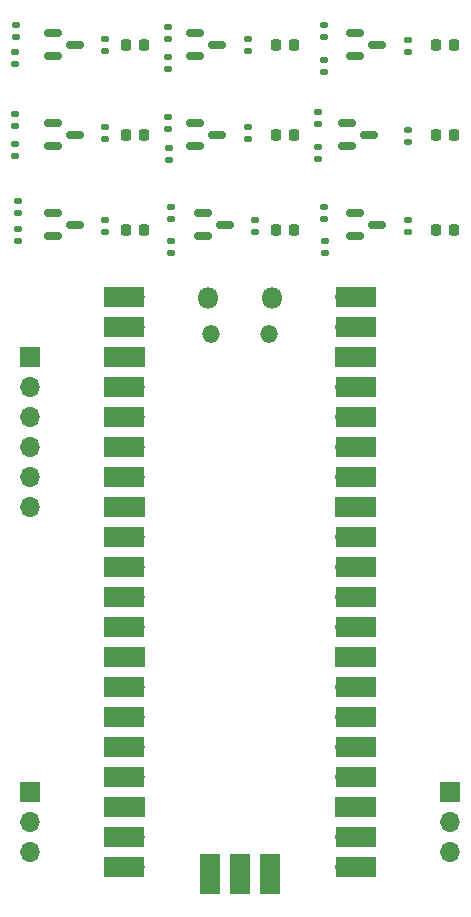
<source format=gbr>
%TF.GenerationSoftware,KiCad,Pcbnew,7.0.5*%
%TF.CreationDate,2023-07-10T21:20:45-07:00*%
%TF.ProjectId,roshambo-pcb-smt,726f7368-616d-4626-9f2d-7063622d736d,rev?*%
%TF.SameCoordinates,Original*%
%TF.FileFunction,Soldermask,Top*%
%TF.FilePolarity,Negative*%
%FSLAX46Y46*%
G04 Gerber Fmt 4.6, Leading zero omitted, Abs format (unit mm)*
G04 Created by KiCad (PCBNEW 7.0.5) date 2023-07-10 21:20:45*
%MOMM*%
%LPD*%
G01*
G04 APERTURE LIST*
G04 Aperture macros list*
%AMRoundRect*
0 Rectangle with rounded corners*
0 $1 Rounding radius*
0 $2 $3 $4 $5 $6 $7 $8 $9 X,Y pos of 4 corners*
0 Add a 4 corners polygon primitive as box body*
4,1,4,$2,$3,$4,$5,$6,$7,$8,$9,$2,$3,0*
0 Add four circle primitives for the rounded corners*
1,1,$1+$1,$2,$3*
1,1,$1+$1,$4,$5*
1,1,$1+$1,$6,$7*
1,1,$1+$1,$8,$9*
0 Add four rect primitives between the rounded corners*
20,1,$1+$1,$2,$3,$4,$5,0*
20,1,$1+$1,$4,$5,$6,$7,0*
20,1,$1+$1,$6,$7,$8,$9,0*
20,1,$1+$1,$8,$9,$2,$3,0*%
G04 Aperture macros list end*
%ADD10RoundRect,0.135000X-0.185000X0.135000X-0.185000X-0.135000X0.185000X-0.135000X0.185000X0.135000X0*%
%ADD11R,1.700000X1.700000*%
%ADD12O,1.700000X1.700000*%
%ADD13RoundRect,0.218750X-0.218750X-0.256250X0.218750X-0.256250X0.218750X0.256250X-0.218750X0.256250X0*%
%ADD14RoundRect,0.150000X-0.587500X-0.150000X0.587500X-0.150000X0.587500X0.150000X-0.587500X0.150000X0*%
%ADD15RoundRect,0.135000X0.185000X-0.135000X0.185000X0.135000X-0.185000X0.135000X-0.185000X-0.135000X0*%
%ADD16O,1.800000X1.800000*%
%ADD17O,1.500000X1.500000*%
%ADD18R,3.500000X1.700000*%
%ADD19R,1.700000X3.500000*%
G04 APERTURE END LIST*
D10*
%TO.C,R7*%
X99410000Y-35471000D03*
X99410000Y-36491000D03*
%TD*%
D11*
%TO.C,J2*%
X100680000Y-98082000D03*
D12*
X100680000Y-100622000D03*
X100680000Y-103162000D03*
%TD*%
D13*
%TO.C,D5*%
X121482500Y-42456000D03*
X123057500Y-42456000D03*
%TD*%
D14*
%TO.C,Q4*%
X114650000Y-33886000D03*
X114650000Y-35786000D03*
X116525000Y-34836000D03*
%TD*%
D15*
%TO.C,R20*%
X132655000Y-43091000D03*
X132655000Y-42071000D03*
%TD*%
D10*
%TO.C,R8*%
X99410000Y-43216000D03*
X99410000Y-44236000D03*
%TD*%
D16*
%TO.C,U1*%
X115735000Y-56302000D03*
D17*
X116035000Y-59332000D03*
X120885000Y-59332000D03*
D16*
X121185000Y-56302000D03*
D12*
X109570000Y-56172000D03*
D18*
X108670000Y-56172000D03*
D12*
X109570000Y-58712000D03*
D18*
X108670000Y-58712000D03*
D11*
X109570000Y-61252000D03*
D18*
X108670000Y-61252000D03*
D12*
X109570000Y-63792000D03*
D18*
X108670000Y-63792000D03*
D12*
X109570000Y-66332000D03*
D18*
X108670000Y-66332000D03*
D12*
X109570000Y-68872000D03*
D18*
X108670000Y-68872000D03*
D12*
X109570000Y-71412000D03*
D18*
X108670000Y-71412000D03*
D11*
X109570000Y-73952000D03*
D18*
X108670000Y-73952000D03*
D12*
X109570000Y-76492000D03*
D18*
X108670000Y-76492000D03*
D12*
X109570000Y-79032000D03*
D18*
X108670000Y-79032000D03*
D12*
X109570000Y-81572000D03*
D18*
X108670000Y-81572000D03*
D12*
X109570000Y-84112000D03*
D18*
X108670000Y-84112000D03*
D11*
X109570000Y-86652000D03*
D18*
X108670000Y-86652000D03*
D12*
X109570000Y-89192000D03*
D18*
X108670000Y-89192000D03*
D12*
X109570000Y-91732000D03*
D18*
X108670000Y-91732000D03*
D12*
X109570000Y-94272000D03*
D18*
X108670000Y-94272000D03*
D12*
X109570000Y-96812000D03*
D18*
X108670000Y-96812000D03*
D11*
X109570000Y-99352000D03*
D18*
X108670000Y-99352000D03*
D12*
X109570000Y-101892000D03*
D18*
X108670000Y-101892000D03*
D12*
X109570000Y-104432000D03*
D18*
X108670000Y-104432000D03*
D12*
X127350000Y-104432000D03*
D18*
X128250000Y-104432000D03*
D12*
X127350000Y-101892000D03*
D18*
X128250000Y-101892000D03*
D11*
X127350000Y-99352000D03*
D18*
X128250000Y-99352000D03*
D12*
X127350000Y-96812000D03*
D18*
X128250000Y-96812000D03*
D12*
X127350000Y-94272000D03*
D18*
X128250000Y-94272000D03*
D12*
X127350000Y-91732000D03*
D18*
X128250000Y-91732000D03*
D12*
X127350000Y-89192000D03*
D18*
X128250000Y-89192000D03*
D11*
X127350000Y-86652000D03*
D18*
X128250000Y-86652000D03*
D12*
X127350000Y-84112000D03*
D18*
X128250000Y-84112000D03*
D12*
X127350000Y-81572000D03*
D18*
X128250000Y-81572000D03*
D12*
X127350000Y-79032000D03*
D18*
X128250000Y-79032000D03*
D12*
X127350000Y-76492000D03*
D18*
X128250000Y-76492000D03*
D11*
X127350000Y-73952000D03*
D18*
X128250000Y-73952000D03*
D12*
X127350000Y-71412000D03*
D18*
X128250000Y-71412000D03*
D12*
X127350000Y-68872000D03*
D18*
X128250000Y-68872000D03*
D12*
X127350000Y-66332000D03*
D18*
X128250000Y-66332000D03*
D12*
X127350000Y-63792000D03*
D18*
X128250000Y-63792000D03*
D11*
X127350000Y-61252000D03*
D18*
X128250000Y-61252000D03*
D12*
X127350000Y-58712000D03*
D18*
X128250000Y-58712000D03*
D12*
X127350000Y-56172000D03*
D18*
X128250000Y-56172000D03*
D12*
X115920000Y-104202000D03*
D19*
X115920000Y-105102000D03*
D11*
X118460000Y-104202000D03*
D19*
X118460000Y-105102000D03*
D12*
X121000000Y-104202000D03*
D19*
X121000000Y-105102000D03*
%TD*%
D14*
%TO.C,Q3*%
X102615000Y-49126000D03*
X102615000Y-51026000D03*
X104490000Y-50076000D03*
%TD*%
D15*
%TO.C,R12*%
X119730000Y-50711000D03*
X119730000Y-49691000D03*
%TD*%
D14*
%TO.C,Q7*%
X128195000Y-33886000D03*
X128195000Y-35786000D03*
X130070000Y-34836000D03*
%TD*%
D15*
%TO.C,R2*%
X107030000Y-42841000D03*
X107030000Y-41821000D03*
%TD*%
D14*
%TO.C,Q9*%
X128195000Y-49126000D03*
X128195000Y-51026000D03*
X130070000Y-50076000D03*
%TD*%
D13*
%TO.C,D3*%
X108782500Y-50576000D03*
X110357500Y-50576000D03*
%TD*%
%TO.C,D8*%
X135042500Y-42456000D03*
X136617500Y-42456000D03*
%TD*%
D14*
%TO.C,Q5*%
X114650000Y-41506000D03*
X114650000Y-43406000D03*
X116525000Y-42456000D03*
%TD*%
D15*
%TO.C,R4*%
X99460000Y-34201000D03*
X99460000Y-33181000D03*
%TD*%
%TO.C,R22*%
X125574000Y-34205000D03*
X125574000Y-33185000D03*
%TD*%
%TO.C,R11*%
X119095000Y-42841000D03*
X119095000Y-41821000D03*
%TD*%
D11*
%TO.C,J3*%
X136240000Y-98082000D03*
D12*
X136240000Y-100622000D03*
X136240000Y-103162000D03*
%TD*%
D14*
%TO.C,Q8*%
X127530000Y-41506000D03*
X127530000Y-43406000D03*
X129405000Y-42456000D03*
%TD*%
D15*
%TO.C,R13*%
X112364000Y-34328000D03*
X112364000Y-33308000D03*
%TD*%
D14*
%TO.C,Q1*%
X102615000Y-33886000D03*
X102615000Y-35786000D03*
X104490000Y-34836000D03*
%TD*%
D13*
%TO.C,D7*%
X135042500Y-34836000D03*
X136617500Y-34836000D03*
%TD*%
D15*
%TO.C,R14*%
X112364000Y-41948000D03*
X112364000Y-40928000D03*
%TD*%
D10*
%TO.C,R26*%
X125064000Y-43472000D03*
X125064000Y-44492000D03*
%TD*%
D14*
%TO.C,Q6*%
X115315000Y-49126000D03*
X115315000Y-51026000D03*
X117190000Y-50076000D03*
%TD*%
D10*
%TO.C,R25*%
X125572000Y-36106000D03*
X125572000Y-37126000D03*
%TD*%
D13*
%TO.C,D9*%
X135042500Y-50576000D03*
X136617500Y-50576000D03*
%TD*%
D14*
%TO.C,Q2*%
X102615000Y-41506000D03*
X102615000Y-43406000D03*
X104490000Y-42456000D03*
%TD*%
D15*
%TO.C,R24*%
X125572000Y-49568000D03*
X125572000Y-48548000D03*
%TD*%
%TO.C,R3*%
X107030000Y-50711000D03*
X107030000Y-49691000D03*
%TD*%
%TO.C,R1*%
X107030000Y-35346000D03*
X107030000Y-34326000D03*
%TD*%
D13*
%TO.C,D1*%
X108782500Y-34836000D03*
X110357500Y-34836000D03*
%TD*%
D10*
%TO.C,R27*%
X125697000Y-51471000D03*
X125697000Y-52491000D03*
%TD*%
D15*
%TO.C,R10*%
X119095000Y-35346000D03*
X119095000Y-34326000D03*
%TD*%
D11*
%TO.C,J1*%
X100680000Y-61252000D03*
D12*
X100680000Y-63792000D03*
X100680000Y-66332000D03*
X100680000Y-68872000D03*
X100680000Y-71412000D03*
X100680000Y-73952000D03*
%TD*%
D10*
%TO.C,R9*%
X99664000Y-50451000D03*
X99664000Y-51471000D03*
%TD*%
%TO.C,R17*%
X112489000Y-43595000D03*
X112489000Y-44615000D03*
%TD*%
%TO.C,R18*%
X112616000Y-51473000D03*
X112616000Y-52493000D03*
%TD*%
D15*
%TO.C,R21*%
X132655000Y-50711000D03*
X132655000Y-49691000D03*
%TD*%
D10*
%TO.C,R16*%
X112364000Y-35848000D03*
X112364000Y-36868000D03*
%TD*%
D15*
%TO.C,R6*%
X99664000Y-49060000D03*
X99664000Y-48040000D03*
%TD*%
%TO.C,R23*%
X125066000Y-41569000D03*
X125066000Y-40549000D03*
%TD*%
D13*
%TO.C,D4*%
X121482500Y-34836000D03*
X123057500Y-34836000D03*
%TD*%
D15*
%TO.C,R15*%
X112618000Y-49612000D03*
X112618000Y-48592000D03*
%TD*%
D13*
%TO.C,D6*%
X121482500Y-50576000D03*
X123057500Y-50576000D03*
%TD*%
%TO.C,D2*%
X108782500Y-42456000D03*
X110357500Y-42456000D03*
%TD*%
D15*
%TO.C,R5*%
X99410000Y-41696000D03*
X99410000Y-40676000D03*
%TD*%
%TO.C,R19*%
X132655000Y-35471000D03*
X132655000Y-34451000D03*
%TD*%
M02*

</source>
